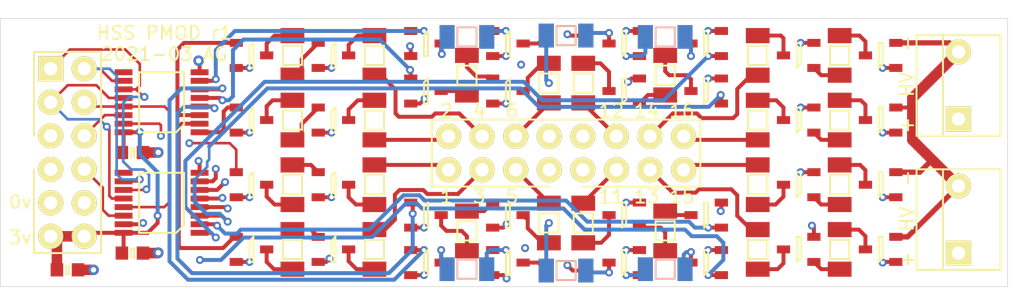
<source format=kicad_pcb>
(kicad_pcb (version 20210228) (generator pcbnew)
  (layers (0 "F.Cu" signal) (1 "In1.Cu" signal) (2 "In2.Cu" signal) (31 "B.Cu" signal) (35 "F.Paste" user) (36 "B.SilkS" user "B.Silkscreen") (37 "F.SilkS" user "F.Silkscreen") (38 "B.Mask" user) (39 "F.Mask" user) (44 "Edge.Cuts" user))
  (net 0 "")
  (net 1 "3v3")
  (net 2 "GND")
  (net 3 "/G1")
  (net 4 "/DS1")
  (net 5 "/~OE")
  (net 6 "/STCP")
  (net 7 "/SHCP")
  (net 8 "/~MR")
  (net 10 "/G8")
  (net 11 "/G7")
  (net 12 "/G6")
  (net 13 "/G5")
  (net 14 "/G4")
  (net 15 "/G3")
  (net 16 "/G2")
  (net 17 "/G9")
  (net 18 "/DS2")
  (net 20 "/G16")
  (net 21 "/G15")
  (net 22 "/G14")
  (net 23 "/G13")
  (net 24 "/G12")
  (net 25 "/G11")
  (net 26 "/G10")
  (net 27 "HV-")
  (net 28 "HV+")
  (net 29 "/AN16")
  (net 30 "/AN15")
  (net 31 "/AN14")
  (net 32 "/AN13")
  (net 33 "/AN12")
  (net 34 "/AN11")
  (net 35 "/AN10")
  (net 36 "/AN9")
  (net 37 "/AN8")
  (net 38 "/AN7")
  (net 39 "/AN6")
  (net 40 "/AN5")
  (net 41 "/AN4")
  (net 42 "/AN3")
  (net 43 "/AN2")
  (net 44 "/AN1")
  (net 45 "/High-Side Switch 1/AR")
  (net 46 "Net-(Q1-Pad1)")
  (net 47 "Net-(Q2-Pad3)")
  (net 48 "/High-Side Switch 16/AR")
  (net 49 "Net-(Q3-Pad1)")
  (net 50 "Net-(Q4-Pad3)")
  (net 51 "/High-Side Switch 14/AR")
  (net 52 "Net-(Q5-Pad1)")
  (net 53 "Net-(Q6-Pad3)")
  (net 54 "/High-Side Switch 12/AR")
  (net 55 "Net-(Q7-Pad1)")
  (net 56 "Net-(Q8-Pad3)")
  (net 57 "/High-Side Switch 10/AR")
  (net 58 "Net-(Q9-Pad1)")
  (net 59 "Net-(Q10-Pad3)")
  (net 60 "/High-Side Switch 8/AR")
  (net 61 "Net-(Q11-Pad1)")
  (net 62 "Net-(Q12-Pad3)")
  (net 63 "/High-Side Switch 6/AR")
  (net 64 "Net-(Q13-Pad1)")
  (net 65 "Net-(Q14-Pad3)")
  (net 66 "/High-Side Switch 4/AR")
  (net 67 "Net-(Q15-Pad1)")
  (net 68 "Net-(Q16-Pad3)")
  (net 69 "/High-Side Switch 2/AR")
  (net 70 "Net-(Q17-Pad1)")
  (net 71 "Net-(Q18-Pad3)")
  (net 72 "/High-Side Switch 15/AR")
  (net 73 "Net-(Q19-Pad1)")
  (net 74 "Net-(Q20-Pad3)")
  (net 75 "/High-Side Switch 13/AR")
  (net 76 "Net-(Q21-Pad1)")
  (net 77 "Net-(Q22-Pad3)")
  (net 78 "/High-Side Switch 11/AR")
  (net 79 "Net-(Q23-Pad1)")
  (net 80 "Net-(Q24-Pad3)")
  (net 81 "/High-Side Switch 9/AR")
  (net 82 "Net-(Q25-Pad1)")
  (net 83 "Net-(Q26-Pad3)")
  (net 84 "/High-Side Switch 7/AR")
  (net 85 "Net-(Q27-Pad1)")
  (net 86 "Net-(Q28-Pad3)")
  (net 87 "/High-Side Switch 5/AR")
  (net 88 "Net-(Q29-Pad1)")
  (net 89 "Net-(Q30-Pad3)")
  (net 90 "/High-Side Switch 3/AR")
  (net 91 "Net-(Q31-Pad1)")
  (net 92 "Net-(Q32-Pad3)")
  (footprint "agg:1206" (layer "F.Cu") (at 123.7 119.1 90)
    (fp_text reference "R31")
    (fp_text value "1M")
  )
  (footprint "agg:DIL-254P-16" (layer "F.Cu") (at 144.4 111.8)
    (fp_text reference "J4")
    (fp_text value "ANODES")
  )
  (footprint "agg:SOT-23" (layer "F.Cu") (at 168.2 104.4 180)
    (fp_text reference "Q6")
    (fp_text value "DMN60H080DS-7")
  )
  (footprint "agg:SOT-23" (layer "F.Cu") (at 120.6 104.4)
    (fp_text reference "Q16")
    (fp_text value "DMN60H080DS-7")
  )
  (footprint "agg:0603" (layer "F.Cu") (at 111.595 111.76 180)
    (fp_text reference "C1")
    (fp_text value "100n")
  )
  (footprint "agg:1206" (layer "F.Cu") (at 151.9 105.9 -90)
    (fp_text reference "R7")
    (fp_text value "1M")
  )
  (footprint "agg:SOT-23" (layer "F.Cu") (at 126.8 114.2)
    (fp_text reference "Q1")
    (fp_text value "PBHV9050T,215")
  )
  (footprint "agg:SOT-23" (layer "F.Cu") (at 133.8 103.5)
    (fp_text reference "Q12")
    (fp_text value "DMN60H080DS-7")
  )
  (footprint "agg:SOT-23" (layer "F.Cu") (at 148.8 120.1 180)
    (fp_text reference "Q25")
    (fp_text value "PBHV9050T,215")
  )
  (footprint "agg:SOT-23" (layer "F.Cu") (at 168.2 119.1 180)
    (fp_text reference "Q22")
    (fp_text value "DMN60H080DS-7")
  )
  (footprint "agg:SOT-23" (layer "F.Cu") (at 140 116.5)
    (fp_text reference "Q29")
    (fp_text value "PBHV9050T,215")
  )
  (footprint "agg:1206" (layer "F.Cu") (at 129.9 109.3 -90)
    (fp_text reference "R18")
    (fp_text value "93k1")
  )
  (footprint "agg:SOT-23" (layer "F.Cu") (at 126.8 109.3)
    (fp_text reference "Q17")
    (fp_text value "PBHV9050T,215")
  )
  (footprint "agg:1206" (layer "F.Cu") (at 129.9 119.1 90)
    (fp_text reference "R32")
    (fp_text value "93k1")
  )
  (footprint "agg:TSSOP-16" (layer "F.Cu") (at 113.8 107.95 180)
    (fp_text reference "IC1")
    (fp_text value "74HC595")
  )
  (footprint "agg:1206" (layer "F.Cu") (at 165.1 114.2 -90)
    (fp_text reference "R19")
    (fp_text value "1M")
  )
  (footprint "agg:SOT-23" (layer "F.Cu") (at 162 109.3 180)
    (fp_text reference "Q3")
    (fp_text value "PBHV9050T,215")
  )
  (footprint "agg:SOT-23" (layer "F.Cu") (at 148.8 107.1 180)
    (fp_text reference "Q7")
    (fp_text value "PBHV9050T,215")
  )
  (footprint "agg:SOT-23" (layer "F.Cu") (at 155 103.5 180)
    (fp_text reference "Q10")
    (fp_text value "DMN60H080DS-7")
  )
  (footprint "agg:SOT-23" (layer "F.Cu") (at 126.8 119.1)
    (fp_text reference "Q31")
    (fp_text value "PBHV9050T,215")
  )
  (footprint "agg:SOT-23" (layer "F.Cu") (at 140 103.5)
    (fp_text reference "Q11")
    (fp_text value "PBHV9050T,215")
  )
  (footprint "agg:SOT-23" (layer "F.Cu") (at 140 107.1)
    (fp_text reference "Q13")
    (fp_text value "PBHV9050T,215")
  )
  (footprint "agg:SOT-23" (layer "F.Cu") (at 155 120.1 180)
    (fp_text reference "Q26")
    (fp_text value "DMN60H080DS-7")
  )
  (footprint "agg:SOT-23" (layer "F.Cu") (at 120.6 109.3)
    (fp_text reference "Q18")
    (fp_text value "DMN60H080DS-7")
  )
  (footprint "agg:SOT-23" (layer "F.Cu") (at 148.8 116.5 180)
    (fp_text reference "Q23")
    (fp_text value "PBHV9050T,215")
  )
  (footprint "agg:TSSOP-16" (layer "F.Cu") (at 113.8 115.57 180)
    (fp_text reference "IC2")
    (fp_text value "74HC595")
  )
  (footprint "agg:1206" (layer "F.Cu") (at 129.9 114.2 90)
    (fp_text reference "R2")
    (fp_text value "93k1")
  )
  (footprint "agg:1206" (layer "F.Cu") (at 151.9 117.7 -90)
    (fp_text reference "R23")
    (fp_text value "1M")
  )
  (footprint "agg:1206" (layer "F.Cu") (at 158.9 109.3 -90)
    (fp_text reference "R4")
    (fp_text value "93k1")
  )
  (footprint "agg:1206" (layer "F.Cu") (at 123.7 109.3 -90)
    (fp_text reference "R17")
    (fp_text value "1M")
  )
  (footprint "agg:SOT-23" (layer "F.Cu") (at 162 104.4 180)
    (fp_text reference "Q5")
    (fp_text value "PBHV9050T,215")
  )
  (footprint "agg:MOLEX-KK-254P-03" (layer "F.Cu") (at 174.09 106.68 90)
    (fp_text reference "J1")
    (fp_text value "HV")
  )
  (footprint "agg:1206" (layer "F.Cu") (at 165.1 104.4 -90)
    (fp_text reference "R5")
    (fp_text value "1M")
  )
  (footprint "agg:SOT-23" (layer "F.Cu") (at 162 114.2 180)
    (fp_text reference "Q19")
    (fp_text value "PBHV9050T,215")
  )
  (footprint "agg:SOT-23" (layer "F.Cu") (at 148.8 103.5 180)
    (fp_text reference "Q9")
    (fp_text value "PBHV9050T,215")
  )
  (footprint "agg:1206" (layer "F.Cu") (at 136.9 117.7 90)
    (fp_text reference "R29")
    (fp_text value "1M")
  )
  (footprint "agg:SOT-23" (layer "F.Cu") (at 168.2 109.3 180)
    (fp_text reference "Q4")
    (fp_text value "DMN60H080DS-7")
  )
  (footprint "agg:1206" (layer "F.Cu") (at 165.1 119.1 -90)
    (fp_text reference "R21")
    (fp_text value "1M")
  )
  (footprint "agg:SOT-23" (layer "F.Cu") (at 140 120.1)
    (fp_text reference "Q27")
    (fp_text value "PBHV9050T,215")
  )
  (footprint "agg:1206" (layer "F.Cu") (at 143.1 117.1 90)
    (fp_text reference "R30")
    (fp_text value "93k1")
  )
  (footprint "agg:1206" (layer "F.Cu") (at 158.9 119.1 90)
    (fp_text reference "R22")
    (fp_text value "93k1")
  )
  (footprint "agg:SOT-23" (layer "F.Cu") (at 133.8 107.1)
    (fp_text reference "Q14")
    (fp_text value "DMN60H080DS-7")
  )
  (footprint "agg:1206" (layer "F.Cu") (at 145.7 117.1 90)
    (fp_text reference "R24")
    (fp_text value "93k1")
  )
  (footprint "agg:SOT-23" (layer "F.Cu") (at 120.6 114.2)
    (fp_text reference "Q2")
    (fp_text value "DMN60H080DS-7")
  )
  (footprint "agg:1206" (layer "F.Cu") (at 144.4 120.7)
    (fp_text reference "R28")
    (fp_text value "93k1")
  )
  (footprint "agg:SOT-23" (layer "F.Cu") (at 133.8 116.5)
    (fp_text reference "Q30")
    (fp_text value "DMN60H080DS-7")
  )
  (footprint "agg:SOT-23" (layer "F.Cu") (at 120.6 119.1)
    (fp_text reference "Q32")
    (fp_text value "DMN60H080DS-7")
  )
  (footprint "agg:1206" (layer "F.Cu") (at 158.9 114.2 90)
    (fp_text reference "R20")
    (fp_text value "93k1")
  )
  (footprint "agg:SOT-23" (layer "F.Cu") (at 126.8 104.4)
    (fp_text reference "Q15")
    (fp_text value "PBHV9050T,215")
  )
  (footprint "agg:1206" (layer "F.Cu") (at 145.7 106.5 -90)
    (fp_text reference "R8")
    (fp_text value "93k1")
  )
  (footprint "agg:1206" (layer "F.Cu") (at 144.4 102.9)
    (fp_text reference "R12")
    (fp_text value "93k1")
  )
  (footprint "agg:1206" (layer "F.Cu") (at 158.9 104.4 -90)
    (fp_text reference "R6")
    (fp_text value "93k1")
  )
  (footprint "agg:1206" (layer "F.Cu") (at 129.9 104.4 -90)
    (fp_text reference "R16")
    (fp_text value "93k1")
  )
  (footprint "agg:SOT-23" (layer "F.Cu") (at 168.2 114.2 180)
    (fp_text reference "Q20")
    (fp_text value "DMN60H080DS-7")
  )
  (footprint "agg:1206" (layer "F.Cu") (at 143.1 106.5 -90)
    (fp_text reference "R14")
    (fp_text value "93k1")
  )
  (footprint "agg:SOT-23" (layer "F.Cu") (at 162 119.1 180)
    (fp_text reference "Q21")
    (fp_text value "PBHV9050T,215")
  )
  (footprint "agg:0603" (layer "F.Cu") (at 111.595 119.38 180)
    (fp_text reference "C3")
    (fp_text value "100n")
  )
  (footprint "agg:1206" (layer "F.Cu") (at 136.9 105.9 90)
    (fp_text reference "R13")
    (fp_text value "1M")
  )
  (footprint "agg:SOT-23" (layer "F.Cu") (at 155 116.5 180)
    (fp_text reference "Q24")
    (fp_text value "DMN60H080DS-7")
  )
  (footprint "agg:1206" (layer "F.Cu") (at 123.7 104.4 -90)
    (fp_text reference "R15")
    (fp_text value "1M")
  )
  (footprint "agg:1206" (layer "F.Cu") (at 165.1 109.3 -90)
    (fp_text reference "R3")
    (fp_text value "1M")
  )
  (footprint "agg:MOLEX-KK-254P-03" (layer "F.Cu") (at 174.09 116.84 90)
    (fp_text reference "J2")
    (fp_text value "HV")
  )
  (footprint "agg:SOT-23" (layer "F.Cu") (at 155 107.1 180)
    (fp_text reference "Q8")
    (fp_text value "DMN60H080DS-7")
  )
  (footprint "agg:1206" (layer "F.Cu") (at 123.7 114.2 90)
    (fp_text reference "R1")
    (fp_text value "1M")
  )
  (footprint "agg:0603" (layer "F.Cu") (at 106.68 120.65)
    (fp_text reference "C2")
    (fp_text value "100n")
  )
  (footprint "agg:DIL-254P-12" (layer "F.Cu") (at 106.68 111.76 -90)
    (fp_text reference "J3")
    (fp_text value "PMOD")
  )
  (footprint "agg:SOT-23" (layer "F.Cu") (at 133.8 120.1)
    (fp_text reference "Q28")
    (fp_text value "DMN60H080DS-7")
  )
  (footprint "agg:1206" (layer "B.Cu") (at 144.4 102.9 180)
    (fp_text reference "R10")
    (fp_text value "93k1")
  )
  (footprint "agg:1206" (layer "B.Cu") (at 136.9 103)
    (fp_text reference "R11")
    (fp_text value "1M")
  )
  (footprint "agg:1206" (layer "B.Cu") (at 136.9 120.6)
    (fp_text reference "R27")
    (fp_text value "1M")
  )
  (footprint "agg:1206" (layer "B.Cu") (at 151.9 120.6 180)
    (fp_text reference "R25")
    (fp_text value "1M")
  )
  (footprint "agg:1206" (layer "B.Cu") (at 151.9 103 180)
    (fp_text reference "R9")
    (fp_text value "1M")
  )
  (footprint "agg:1206" (layer "B.Cu") (at 144.4 120.7 180)
    (fp_text reference "R26")
    (fp_text value "93k1")
  )
  (gr_line (start 177.8 101.6) (end 101.6 101.6) (layer "Edge.Cuts") (width 0.05))
  (gr_line (start 101.6 121.92) (end 177.8 121.92) (layer "Edge.Cuts") (width 0.05))
  (gr_line (start 177.8 121.92) (end 177.8 101.6) (layer "Edge.Cuts") (width 0.05))
  (gr_line (start 101.6 101.6) (end 101.6 121.92) (layer "Edge.Cuts") (width 0.05))
  (gr_text "3v" (at 103.1 118.2) (layer "F.SilkS") (effects (font (size 1 1))))
  (gr_text "1  3  5        11 13 15" (at 144.5 115.1) (layer "F.SilkS") (effects (font (size 1 1))))
  (gr_text "2  4  6        12 14 16" (at 144.5 108.6) (layer "F.SilkS") (effects (font (size 1 1))))
  (gr_text "0v" (at 103.1 115.5) (layer "F.SilkS") (effects (font (size 1 1))))
  (gr_text "+  HV  -" (at 170.2 116.8 90) (layer "F.SilkS") (effects (font (size 1 1))))
  (gr_text "HSS PMOD r1\n2021-03 AG" (at 114 103.5) (layer "F.SilkS") (effects (font (size 1 1))))
  (gr_text "+  HV  -" (at 170.2 106.6 90) (layer "F.SilkS") (effects (font (size 1 1))))
  (segment (start 112.125 110.225) (end 112.15 110.2) (width 0.3) (layer "F.Cu") (net 1))
  (segment (start 110.925 110.225) (end 110.925 111.63) (width 0.3) (layer "F.Cu") (net 1))
  (segment (start 105.88 118.58) (end 105.41 118.11) (width 0.8) (layer "F.Cu") (net 1))
  (segment (start 110.925 117.845) (end 108.215 117.845) (width 0.3) (layer "F.Cu") (net 1))
  (segment (start 110.925 117.845) (end 110.925 119.25) (width 0.3) (layer "F.Cu") (net 1))
  (segment (start 113.5 117.1) (end 112.75 117.85) (width 0.3) (layer "F.Cu") (net 1))
  (segment (start 105.41 118.11) (end 107.95 118.11) (width 0.8) (layer "F.Cu") (net 1))
  (segment (start 112.745 117.845) (end 110.925 117.845) (width 0.3) (layer "F.Cu") (net 1))
  (segment (start 110.925 110.225) (end 112.125 110.225) (width 0.3) (layer "F.Cu") (net 1))
  (segment (start 110.925 111.63) (end 110.795 111.76) (width 0.3) (layer "F.Cu") (net 1))
  (segment (start 105.88 120.65) (end 105.88 118.58) (width 0.8) (layer "F.Cu") (net 1))
  (segment (start 113.5 116.55) (end 113.5 117.1) (width 0.3) (layer "F.Cu") (net 1))
  (segment (start 112.75 117.85) (end 112.745 117.845) (width 0.3) (layer "F.Cu") (net 1))
  (segment (start 108.215 117.845) (end 107.95 118.11) (width 0.3) (layer "F.Cu") (net 1))
  (segment (start 110.925 119.25) (end 110.795 119.38) (width 0.3) (layer "F.Cu") (net 1))
  (via (at 113.5 116.55) (size 0.6) (drill 0.3) (layers "F.Cu" "B.Cu") (net 1))
  (via (at 112.15 110.2) (size 0.6) (drill 0.3) (layers "F.Cu" "B.Cu") (net 1))
  (segment (start 113.2 112.95) (end 113.5 113.25) (width 0.3) (layer "B.Cu") (net 1))
  (segment (start 113.5 113.8) (end 113.5 116.55) (width 0.3) (layer "B.Cu") (net 1))
  (segment (start 113.5 113.25) (end 113.5 113.8) (width 0.3) (layer "B.Cu") (net 1))
  (segment (start 112.15 110.2) (end 112.15 111.9) (width 0.3) (layer "B.Cu") (net 1))
  (segment (start 112.15 111.9) (end 113.2 112.95) (width 0.3) (layer "B.Cu") (net 1))
  (segment (start 116.675 104.875) (end 116.6 104.8) (width 0.3) (layer "F.Cu") (net 2))
  (segment (start 116.675 105.675) (end 116.675 104.875) (width 0.3) (layer "F.Cu") (net 2))
  (segment (start 112.395 111.76) (end 113.54 111.76) (width 0.8) (layer "F.Cu") (net 2))
  (segment (start 107.48 120.65) (end 108.65 120.65) (width 0.8) (layer "F.Cu") (net 2))
  (segment (start 113.54 111.76) (end 113.55 111.75) (width 0.8) (layer "F.Cu") (net 2))
  (segment (start 112.395 119.38) (end 113.52 119.38) (width 0.8) (layer "F.Cu") (net 2))
  (segment (start 113.52 119.38) (end 113.55 119.35) (width 0.8) (layer "F.Cu") (net 2))
  (segment (start 116.675 112.475) (end 116.6 112.4) (width 0.3) (layer "F.Cu") (net 2))
  (segment (start 116.675 113.295) (end 116.675 112.475) (width 0.3) (layer "F.Cu") (net 2))
  (via (at 113.55 119.35) (size 0.8) (drill 0.4) (layers "F.Cu" "B.Cu") (net 2))
  (via (at 108.65 120.65) (size 0.8) (drill 0.4) (layers "F.Cu" "B.Cu") (net 2))
  (via (at 113.55 111.75) (size 0.8) (drill 0.4) (layers "F.Cu" "B.Cu") (net 2))
  (via (at 116.6 112.4) (size 0.6) (drill 0.3) (layers "F.Cu" "B.Cu") (net 2))
  (via (at 116.6 104.8) (size 0.8) (drill 0.4) (layers "F.Cu" "B.Cu") (net 2))
  (segment (start 113.625 109.575) (end 113.7 109.65) (width 0.2) (layer "F.Cu") (net 3))
  (segment (start 119.45 111.55) (end 119.45 113.25) (width 0.2) (layer "F.Cu") (net 3))
  (segment (start 113.7 109.65) (end 113.75 109.7) (width 0.2) (layer "F.Cu") (net 3))
  (segment (start 118.95 111.05) (end 119.45 111.55) (width 0.2) (layer "F.Cu") (net 3))
  (segment (start 115.9 111.05) (end 118.95 111.05) (width 0.2) (layer "F.Cu") (net 3))
  (segment (start 113.75 109.7) (end 113.75 110.5) (width 0.2) (layer "F.Cu") (net 3))
  (segment (start 110.925 109.575) (end 113.625 109.575) (width 0.2) (layer "F.Cu") (net 3))
  (via (at 115.9 111.05) (size 0.6) (drill 0.3) (layers "F.Cu" "B.Cu") (net 3))
  (via (at 113.75 110.5) (size 0.6) (drill 0.3) (layers "F.Cu" "B.Cu") (net 3))
  (segment (start 109.515 108.925) (end 107.95 110.49) (width 0.2) (layer "F.Cu") (net 4))
  (segment (start 110.925 108.925) (end 109.515 108.925) (width 0.2) (layer "F.Cu") (net 4))
  (segment (start 110.925 108.275) (end 114.025 108.275) (width 0.2) (layer "F.Cu") (net 5))
  (segment (start 114.45 108.7) (end 114.45 115.45) (width 0.2) (layer "F.Cu") (net 5))
  (segment (start 108.275 108.275) (end 107.95 107.95) (width 0.2) (layer "F.Cu") (net 5))
  (segment (start 110.925 108.275) (end 108.275 108.275) (width 0.2) (layer "F.Cu") (net 5))
  (segment (start 114.025 108.275) (end 114.45 108.7) (width 0.2) (layer "F.Cu") (net 5))
  (segment (start 114.45 115.45) (end 114.005 115.895) (width 0.2) (layer "F.Cu") (net 5))
  (segment (start 114.005 115.895) (end 110.925 115.895) (width 0.2) (layer "F.Cu") (net 5))
  (segment (start 109.825 107.625) (end 108.860011 106.660011) (width 0.2) (layer "F.Cu") (net 6))
  (segment (start 109.85 115.05) (end 109.85 113.55) (width 0.2) (layer "F.Cu") (net 6))
  (segment (start 106.699989 106.660011) (end 105.41 107.95) (width 0.2) (layer "F.Cu") (net 6))
  (segment (start 110.045 115.245) (end 109.85 115.05) (width 0.2) (layer "F.Cu") (net 6))
  (segment (start 110.925 115.245) (end 110.045 115.245) (width 0.2) (layer "F.Cu") (net 6))
  (segment (start 109.85 113.55) (end 109.85 110) (width 0.2) (layer "F.Cu") (net 6))
  (segment (start 109.85 110) (end 109.65 109.8) (width 0.2) (layer "F.Cu") (net 6))
  (segment (start 108.860011 106.660011) (end 106.699989 106.660011) (width 0.2) (layer "F.Cu") (net 6))
  (segment (start 110.925 107.625) (end 109.825 107.625) (width 0.2) (layer "F.Cu") (net 6))
  (via (at 109.65 109.8) (size 0.6) (drill 0.3) (layers "F.Cu" "B.Cu") (net 6))
  (segment (start 106.699989 109.239989) (end 105.41 107.95) (width 0.2) (layer "B.Cu") (net 6))
  (segment (start 109.089989 109.239989) (end 106.699989 109.239989) (width 0.2) (layer "B.Cu") (net 6))
  (segment (start 109.65 109.8) (end 109.089989 109.239989) (width 0.2) (layer "B.Cu") (net 6))
  (segment (start 112.605 114.595) (end 112.65 114.55) (width 0.2) (layer "F.Cu") (net 7))
  (segment (start 112.5 107.55) (end 112.45 107.55) (width 0.2) (layer "F.Cu") (net 7))
  (segment (start 111.05 103.95) (end 112.15 105.05) (width 0.2) (layer "F.Cu") (net 7))
  (segment (start 111.875 106.975) (end 110.925 106.975) (width 0.2) (layer "F.Cu") (net 7))
  (segment (start 106.87 103.95) (end 111.05 103.95) (width 0.2) (layer "F.Cu") (net 7))
  (segment (start 112.15 106.7) (end 111.875 106.975) (width 0.2) (layer "F.Cu") (net 7))
  (segment (start 110.925 114.595) (end 112.605 114.595) (width 0.2) (layer "F.Cu") (net 7))
  (segment (start 112.15 105.05) (end 112.15 106.7) (width 0.2) (layer "F.Cu") (net 7))
  (segment (start 112.45 107.55) (end 111.875 106.975) (width 0.2) (layer "F.Cu") (net 7))
  (segment (start 105.41 105.41) (end 106.87 103.95) (width 0.2) (layer "F.Cu") (net 7))
  (via (at 112.65 114.55) (size 0.6) (drill 0.3) (layers "F.Cu" "B.Cu") (net 7))
  (via (at 112.5 107.55) (size 0.6) (drill 0.3) (layers "F.Cu" "B.Cu") (net 7))
  (segment (start 112.85 114.35) (end 112.85 113.45) (width 0.2) (layer "B.Cu") (net 7))
  (segment (start 112.65 114.55) (end 112.85 114.35) (width 0.2) (layer "B.Cu") (net 7))
  (segment (start 111.35 107.55) (end 112.5 107.55) (width 0.2) (layer "B.Cu") (net 7))
  (segment (start 111.5 113.05) (end 110.9 112.45) (width 0.2) (layer "B.Cu") (net 7))
  (segment (start 110.9 112.45) (end 110.9 108) (width 0.2) (layer "B.Cu") (net 7))
  (segment (start 112.45 113.05) (end 111.5 113.05) (width 0.2) (layer "B.Cu") (net 7))
  (segment (start 110.9 108) (end 111.35 107.55) (width 0.2) (layer "B.Cu") (net 7))
  (segment (start 112.85 113.45) (end 112.45 113.05) (width 0.2) (layer "B.Cu") (net 7))
  (segment (start 112.005 113.945) (end 112.15 113.8) (width 0.2) (layer "F.Cu") (net 8))
  (segment (start 110.925 113.945) (end 112.005 113.945) (width 0.2) (layer "F.Cu") (net 8))
  (segment (start 110.05 106.325) (end 109.135 105.41) (width 0.2) (layer "F.Cu") (net 8))
  (segment (start 109.135 105.41) (end 107.95 105.41) (width 0.2) (layer "F.Cu") (net 8))
  (segment (start 110.925 106.325) (end 110.05 106.325) (width 0.2) (layer "F.Cu") (net 8))
  (via (at 112.15 113.8) (size 0.6) (drill 0.3) (layers "F.Cu" "B.Cu") (net 8))
  (segment (start 109.84 105.41) (end 107.95 105.41) (width 0.2) (layer "B.Cu") (net 8))
  (segment (start 112.15 113.8) (end 110.8 113.8) (width 0.2) (layer "B.Cu") (net 8))
  (segment (start 110.4 105.95) (end 109.85 105.4) (width 0.2) (layer "B.Cu") (net 8))
  (segment (start 110.8 113.8) (end 110.4 113.4) (width 0.2) (layer "B.Cu") (net 8))
  (segment (start 110.4 113.4) (end 110.4 105.95) (width 0.2) (layer "B.Cu") (net 8))
  (segment (start 109.85 105.4) (end 109.84 105.41) (width 0.2) (layer "B.Cu") (net 8))
  (segment (start 116.675 106.325) (end 117.775 106.325) (width 0.3) (layer "F.Cu") (net 10))
  (segment (start 132.65 102.55) (end 133.65 102.55) (width 0.3) (layer "F.Cu") (net 10))
  (segment (start 117.775 106.325) (end 117.9 106.2) (width 0.3) (layer "F.Cu") (net 10))
  (via (at 133.65 102.55) (size 0.6) (drill 0.3) (layers "F.Cu" "B.Cu") (net 10))
  (via (at 117.9 106.2) (size 0.6) (drill 0.3) (layers "F.Cu" "B.Cu") (net 10))
  (segment (start 119.35 102.55) (end 117.9 104) (width 0.3) (layer "B.Cu") (net 10))
  (segment (start 117.9 104) (end 117.9 106.2) (width 0.3) (layer "B.Cu") (net 10))
  (segment (start 133.65 102.55) (end 119.35 102.55) (width 0.3) (layer "B.Cu") (net 10))
  (segment (start 116.675 106.975) (end 118.325 106.975) (width 0.3) (layer "F.Cu") (net 11))
  (segment (start 118.325 106.975) (end 118.4 106.9) (width 0.3) (layer "F.Cu") (net 11))
  (segment (start 132.65 119.15) (end 133.65 119.15) (width 0.3) (layer "F.Cu") (net 11))
  (via (at 118.4 106.9) (size 0.6) (drill 0.3) (layers "F.Cu" "B.Cu") (net 11))
  (via (at 133.65 119.15) (size 0.6) (drill 0.3) (layers "F.Cu" "B.Cu") (net 11))
  (segment (start 115.3 106.9) (end 118.4 106.9) (width 0.3) (layer "B.Cu") (net 11))
  (segment (start 131.4 121.4) (end 115.8 121.4) (width 0.3) (layer "B.Cu") (net 11))
  (segment (start 115.8 121.4) (end 114.4 120) (width 0.3) (layer "B.Cu") (net 11))
  (segment (start 114.4 107.8) (end 115.3 106.9) (width 0.3) (layer "B.Cu") (net 11))
  (segment (start 133.65 119.15) (end 131.4 121.4) (width 0.3) (layer "B.Cu") (net 11))
  (segment (start 114.4 120) (end 114.4 107.8) (width 0.3) (layer "B.Cu") (net 11))
  (segment (start 118.225 107.625) (end 118.4 107.8) (width 0.3) (layer "F.Cu") (net 12))
  (segment (start 116.675 107.625) (end 118.225 107.625) (width 0.3) (layer "F.Cu") (net 12))
  (segment (start 132.65 106.15) (end 132.65 105.55) (width 0.3) (layer "F.Cu") (net 12))
  (segment (start 132.65 105.55) (end 132.6 105.5) (width 0.3) (layer "F.Cu") (net 12))
  (via (at 132.6 105.5) (size 0.6) (drill 0.3) (layers "F.Cu" "B.Cu") (net 12))
  (via (at 118.4 107.8) (size 0.6) (drill 0.3) (layers "F.Cu" "B.Cu") (net 12))
  (segment (start 130.3 103.2) (end 132.6 105.5) (width 0.3) (layer "B.Cu") (net 12))
  (segment (start 120 103.2) (end 119.2 104) (width 0.3) (layer "B.Cu") (net 12))
  (segment (start 119.2 107.5) (end 118.9 107.8) (width 0.3) (layer "B.Cu") (net 12))
  (segment (start 119.2 104) (end 119.2 107.5) (width 0.3) (layer "B.Cu") (net 12))
  (segment (start 118.9 107.8) (end 118.4 107.8) (width 0.3) (layer "B.Cu") (net 12))
  (segment (start 120 103.2) (end 130.3 103.2) (width 0.3) (layer "B.Cu") (net 12))
  (segment (start 132.8 116.4) (end 132.8 115.7) (width 0.3) (layer "F.Cu") (net 13))
  (segment (start 116.675 108.275) (end 117.675 108.275) (width 0.3) (layer "F.Cu") (net 13))
  (segment (start 132.8 115.7) (end 132.65 115.55) (width 0.3) (layer "F.Cu") (net 13))
  (segment (start 117.675 108.275) (end 117.8 108.4) (width 0.3) (layer "F.Cu") (net 13))
  (via (at 117.8 108.4) (size 0.6) (drill 0.3) (layers "F.Cu" "B.Cu") (net 13))
  (via (at 132.8 116.4) (size 0.6) (drill 0.3) (layers "F.Cu" "B.Cu") (net 13))
  (segment (start 116.1 120.9) (end 115 119.8) (width 0.3) (layer "B.Cu") (net 13))
  (segment (start 117.7 108.3) (end 117.8 108.4) (width 0.3) (layer "B.Cu") (net 13))
  (segment (start 132.8 116.4) (end 132.8 119.1) (width 0.3) (layer "B.Cu") (net 13))
  (segment (start 115 119.8) (end 115 108.8) (width 0.3) (layer "B.Cu") (net 13))
  (segment (start 115 108.8) (end 115.5 108.3) (width 0.3) (layer "B.Cu") (net 13))
  (segment (start 131 120.9) (end 116.1 120.9) (width 0.3) (layer "B.Cu") (net 13))
  (segment (start 132.8 119.1) (end 131 120.9) (width 0.3) (layer "B.Cu") (net 13))
  (segment (start 115.5 108.3) (end 117.7 108.3) (width 0.3) (layer "B.Cu") (net 13))
  (segment (start 115.225 108.925) (end 115 108.7) (width 0.3) (layer "F.Cu") (net 14))
  (segment (start 115 103.95) (end 115.5 103.45) (width 0.3) (layer "F.Cu") (net 14))
  (segment (start 115.5 103.45) (end 119.45 103.45) (width 0.3) (layer "F.Cu") (net 14))
  (segment (start 116.675 108.925) (end 115.225 108.925) (width 0.3) (layer "F.Cu") (net 14))
  (segment (start 115 108.7) (end 115 103.95) (width 0.3) (layer "F.Cu") (net 14))
  (segment (start 118.45 119) (end 119.3 118.15) (width 0.3) (layer "F.Cu") (net 15))
  (segment (start 115.1 109.8) (end 115.1 118.85) (width 0.3) (layer "F.Cu") (net 15))
  (segment (start 115.1 118.85) (end 115.25 119) (width 0.3) (layer "F.Cu") (net 15))
  (segment (start 115.325 109.575) (end 115.1 109.8) (width 0.3) (layer "F.Cu") (net 15))
  (segment (start 115.25 119) (end 118.45 119) (width 0.3) (layer "F.Cu") (net 15))
  (segment (start 119.3 118.15) (end 119.45 118.15) (width 0.3) (layer "F.Cu") (net 15))
  (segment (start 116.675 109.575) (end 115.325 109.575) (width 0.3) (layer "F.Cu") (net 15))
  (segment (start 116.675 110.225) (end 118.275 110.225) (width 0.3) (layer "F.Cu") (net 16))
  (segment (start 118.8 108.35) (end 119.45 108.35) (width 0.3) (layer "F.Cu") (net 16))
  (segment (start 118.5 110) (end 118.5 108.65) (width 0.3) (layer "F.Cu") (net 16))
  (segment (start 118.5 108.65) (end 118.8 108.35) (width 0.3) (layer "F.Cu") (net 16))
  (segment (start 118.275 110.225) (end 118.5 110) (width 0.3) (layer "F.Cu") (net 16))
  (segment (start 110.925 117.195) (end 112.305 117.195) (width 0.3) (layer "F.Cu") (net 17))
  (segment (start 112.305 117.195) (end 112.4 117.1) (width 0.3) (layer "F.Cu") (net 17))
  (segment (start 156.15 121.05) (end 155.15 121.05) (width 0.3) (layer "F.Cu") (net 17))
  (via (at 155.15 121.05) (size 0.6) (drill 0.3) (layers "F.Cu" "B.Cu") (net 17))
  (via (at 112.4 117.1) (size 0.6) (drill 0.3) (layers "F.Cu" "B.Cu") (net 17))
  (via (at 116.7 119.9) (size 0.6) (drill 0.3) (layers "F.Cu" "B.Cu") (net 17))
  (segment (start 156.3 118.6) (end 155.9 118.2) (width 0.3) (layer "B.Cu") (net 17))
  (segment (start 155.8 118.1) (end 153.9 118.1) (width 0.3) (layer "B.Cu") (net 17))
  (segment (start 156.3 119.3) (end 156.3 118.6) (width 0.3) (layer "B.Cu") (net 17))
  (segment (start 133.2 115.7) (end 133.1 115.6) (width 0.3) (layer "B.Cu") (net 17))
  (segment (start 125 118.2) (end 120 118.2) (width 0.3) (layer "B.Cu") (net 17))
  (segment (start 129.7 118.2) (end 125 118.2) (width 0.3) (layer "B.Cu") (net 17))
  (segment (start 118.7 119.5) (end 118.3 119.9) (width 0.3) (layer "B.Cu") (net 17))
  (segment (start 155.9 118.2) (end 155.8 118.1) (width 0.3) (layer "B.Cu") (net 17))
  (segment (start 132.3 115.6) (end 129.7 118.2) (width 0.3) (layer "B.Cu") (net 17))
  (segment (start 155.15 121.05) (end 156.3 119.9) (width 0.3) (layer "B.Cu") (net 17))
  (segment (start 147.7 117.6) (end 145.8 117.6) (width 0.3) (layer "B.Cu") (net 17))
  (segment (start 139.4 116) (end 135.7 116) (width 0.3) (layer "B.Cu") (net 17))
  (segment (start 133.5 116) (end 133.2 115.7) (width 0.3) (layer "B.Cu") (net 17))
  (segment (start 133.1 115.6) (end 132.3 115.6) (width 0.3) (layer "B.Cu") (net 17))
  (segment (start 144.2 116) (end 139.4 116) (width 0.3) (layer "B.Cu") (net 17))
  (segment (start 153.9 118.1) (end 153.4 117.6) (width 0.3) (layer "B.Cu") (net 17))
  (segment (start 144.3 116.1) (end 144.2 116) (width 0.3) (layer "B.Cu") (net 17))
  (segment (start 153.4 117.6) (end 147.7 117.6) (width 0.3) (layer "B.Cu") (net 17))
  (segment (start 120 118.2) (end 118.7 119.5) (width 0.3) (layer "B.Cu") (net 17))
  (segment (start 118.3 119.9) (end 116.7 119.9) (width 0.3) (layer "B.Cu") (net 17))
  (segment (start 135.7 116) (end 133.5 116) (width 0.3) (layer "B.Cu") (net 17))
  (segment (start 156.3 119.9) (end 156.3 119.3) (width 0.3) (layer "B.Cu") (net 17))
  (segment (start 145.8 117.6) (end 144.3 116.1) (width 0.3) (layer "B.Cu") (net 17))
  (segment (start 109.35 114.43) (end 107.95 113.03) (width 0.2) (layer "F.Cu") (net 18))
  (segment (start 109.795 116.545) (end 109.35 116.1) (width 0.2) (layer "F.Cu") (net 18))
  (segment (start 109.35 116.1) (end 109.35 114.43) (width 0.2) (layer "F.Cu") (net 18))
  (segment (start 110.925 116.545) (end 109.795 116.545) (width 0.2) (layer "F.Cu") (net 18))
  (segment (start 116.675 113.945) (end 117.655 113.945) (width 0.3) (layer "F.Cu") (net 20))
  (segment (start 169.35 110.25) (end 168.35 110.25) (width 0.3) (layer "F.Cu") (net 20))
  (segment (start 117.655 113.945) (end 117.9 113.7) (width 0.3) (layer "F.Cu") (net 20))
  (segment (start 117.9 113.7) (end 117.9 113) (width 0.3) (layer "F.Cu") (net 20))
  (via (at 168.35 110.25) (size 0.6) (drill 0.3) (layers "F.Cu" "B.Cu") (net 20))
  (via (at 117.9 113) (size 0.6) (drill 0.3) (layers "F.Cu" "B.Cu") (net 20))
  (segment (start 116.675 114.595) (end 118.005 114.595) (width 0.3) (layer "F.Cu") (net 21))
  (segment (start 169.35 115.15) (end 168.35 115.15) (width 0.3) (layer "F.Cu") (net 21))
  (segment (start 118.005 114.595) (end 118.6 114) (width 0.3) (layer "F.Cu") (net 21))
  (via (at 168.35 115.15) (size 0.6) (drill 0.3) (layers "F.Cu" "B.Cu") (net 21))
  (via (at 118.6 114) (size 0.6) (drill 0.3) (layers "F.Cu" "B.Cu") (net 21))
  (segment (start 169.35 105.35) (end 168.35 105.35) (width 0.3) (layer "F.Cu") (net 22))
  (segment (start 118.355 115.245) (end 118.4 115.2) (width 0.3) (layer "F.Cu") (net 22))
  (segment (start 116.675 115.245) (end 118.355 115.245) (width 0.3) (layer "F.Cu") (net 22))
  (via (at 118.4 115.2) (size 0.6) (drill 0.3) (layers "F.Cu" "B.Cu") (net 22))
  (via (at 168.35 105.35) (size 0.6) (drill 0.3) (layers "F.Cu" "B.Cu") (net 22))
  (segment (start 118.695 115.895) (end 118.8 116) (width 0.3) (layer "F.Cu") (net 23))
  (segment (start 169.35 120.05) (end 168.4 120.05) (width 0.3) (layer "F.Cu") (net 23))
  (segment (start 168.4 120.05) (end 168.35 120.1) (width 0.3) (layer "F.Cu") (net 23))
  (segment (start 116.675 115.895) (end 118.695 115.895) (width 0.3) (layer "F.Cu") (net 23))
  (via (at 168.35 120.1) (size 0.6) (drill 0.3) (layers "F.Cu" "B.Cu") (net 23))
  (via (at 118.8 116) (size 0.6) (drill 0.3) (layers "F.Cu" "B.Cu") (net 23))
  (segment (start 118.345 116.545) (end 118.8 117) (width 0.3) (layer "F.Cu") (net 24))
  (segment (start 156.15 107.45) (end 156.1 107.4) (width 0.3) (layer "F.Cu") (net 24))
  (segment (start 116.675 116.545) (end 118.345 116.545) (width 0.3) (layer "F.Cu") (net 24))
  (segment (start 156.15 108.05) (end 156.15 107.45) (width 0.3) (layer "F.Cu") (net 24))
  (via (at 156.1 107.4) (size 0.6) (drill 0.3) (layers "F.Cu" "B.Cu") (net 24))
  (via (at 118.8 117) (size 0.6) (drill 0.3) (layers "F.Cu" "B.Cu") (net 24))
  (segment (start 117.249989 112.850011) (end 116.3 113.8) (width 0.2) (layer "B.Cu") (net 24))
  (segment (start 116.3 113.8) (end 116.3 115.5) (width 0.3) (layer "B.Cu") (net 24))
  (segment (start 140.95 106.9) (end 142.35 108.3) (width 0.3) (layer "B.Cu") (net 24))
  (segment (start 118.2 116.4) (end 118.8 117) (width 0.3) (layer "B.Cu") (net 24))
  (segment (start 142.35 108.3) (end 155.2 108.3) (width 0.3) (layer "B.Cu") (net 24))
  (segment (start 117.2 116.4) (end 118.2 116.4) (width 0.3) (layer "B.Cu") (net 24))
  (segment (start 116.3 115.5) (end 117.2 116.4) (width 0.3) (layer "B.Cu") (net 24))
  (segment (start 117.4 111.302127) (end 121.802127 106.9) (width 0.3) (layer "B.Cu") (net 24))
  (segment (start 117.4 111.302127) (end 117.4 112.3) (width 0.2) (layer "B.Cu") (net 24))
  (segment (start 155.2 108.3) (end 156.1 107.4) (width 0.3) (layer "B.Cu") (net 24))
  (segment (start 121.802127 106.9) (end 140.95 106.9) (width 0.3) (layer "B.Cu") (net 24))
  (segment (start 117.249989 112.450011) (end 117.249989 112.850011) (width 0.2) (layer "B.Cu") (net 24))
  (segment (start 117.4 112.3) (end 117.249989 112.450011) (width 0.2) (layer "B.Cu") (net 24))
  (segment (start 117.895 117.195) (end 118 117.3) (width 0.3) (layer "F.Cu") (net 25))
  (segment (start 156.15 117.45) (end 155.15 117.45) (width 0.3) (layer "F.Cu") (net 25))
  (segment (start 116.675 117.195) (end 117.895 117.195) (width 0.3) (layer "F.Cu") (net 25))
  (via (at 118 117.3) (size 0.6) (drill 0.3) (layers "F.Cu" "B.Cu") (net 25))
  (via (at 155.15 117.45) (size 0.6) (drill 0.3) (layers "F.Cu" "B.Cu") (net 25))
  (segment (start 132.1 115) (end 129.5 117.6) (width 0.3) (layer "B.Cu") (net 25))
  (segment (start 146 117) (end 144.4 115.4) (width 0.3) (layer "B.Cu") (net 25))
  (segment (start 118.6 117.9) (end 118 117.3) (width 0.3) (layer "B.Cu") (net 25))
  (segment (start 153.7 117) (end 146 117) (width 0.3) (layer "B.Cu") (net 25))
  (segment (start 155.15 117.45) (end 154.15 117.45) (width 0.3) (layer "B.Cu") (net 25))
  (segment (start 133.3 115) (end 132.1 115) (width 0.3) (layer "B.Cu") (net 25))
  (segment (start 119.5 117.9) (end 118.6 117.9) (width 0.3) (layer "B.Cu") (net 25))
  (segment (start 144.4 115.4) (end 133.7 115.4) (width 0.3) (layer "B.Cu") (net 25))
  (segment (start 154.15 117.45) (end 153.7 117) (width 0.3) (layer "B.Cu") (net 25))
  (segment (start 119.8 117.6) (end 119.5 117.9) (width 0.3) (layer "B.Cu") (net 25))
  (segment (start 129.5 117.6) (end 119.8 117.6) (width 0.3) (layer "B.Cu") (net 25))
  (segment (start 133.7 115.4) (end 133.3 115) (width 0.3) (layer "B.Cu") (net 25))
  (segment (start 156.15 104.45) (end 155.15 104.45) (width 0.3) (layer "F.Cu") (net 26))
  (segment (start 116.675 117.845) (end 117.545 117.845) (width 0.3) (layer "F.Cu") (net 26))
  (segment (start 117.545 117.845) (end 117.9 118.2) (width 0.3) (layer "F.Cu") (net 26))
  (via (at 117.9 118.2) (size 0.6) (drill 0.3) (layers "F.Cu" "B.Cu") (net 26))
  (via (at 155.15 104.45) (size 0.6) (drill 0.3) (layers "F.Cu" "B.Cu") (net 26))
  (segment (start 151.8 107.8) (end 142.6 107.8) (width 0.3) (layer "B.Cu") (net 26))
  (segment (start 121.594991 106.4) (end 115.6 112.394991) (width 0.3) (layer "B.Cu") (net 26))
  (segment (start 141.2 106.4) (end 121.594991 106.4) (width 0.3) (layer "B.Cu") (net 26))
  (segment (start 155.15 104.45) (end 151.8 107.8) (width 0.3) (layer "B.Cu") (net 26))
  (segment (start 115.6 115.9) (end 117.9 118.2) (width 0.3) (layer "B.Cu") (net 26))
  (segment (start 115.6 112.394991) (end 115.6 115.9) (width 0.3) (layer "B.Cu") (net 26))
  (segment (start 142.6 107.8) (end 141.2 106.4) (width 0.3) (layer "B.Cu") (net 26))
  (segment (start 132.65 117.45) (end 133.65 117.45) (width 0.3) (layer "F.Cu") (net 27))
  (segment (start 119.45 115.15) (end 120.45 115.15) (width 0.3) (layer "F.Cu") (net 27))
  (segment (start 132.65 108.05) (end 133.35 108.05) (width 0.3) (layer "F.Cu") (net 27))
  (segment (start 156.15 116.15) (end 156.1 116.2) (width 0.3) (layer "F.Cu") (net 27))
  (segment (start 133.35 108.05) (end 133.7 107.7) (width 0.3) (layer "F.Cu") (net 27))
  (segment (start 173.4 103.45) (end 174.09 104.14) (width 0.4) (layer "F.Cu") (net 27))
  (segment (start 170.6 108.2) (end 170.6 110.81) (width 0.8) (layer "F.Cu") (net 27))
  (segment (start 156.15 102.55) (end 155.15 102.55) (width 0.3) (layer "F.Cu") (net 27))
  (segment (start 156.15 119.15) (end 155.15 119.15) (width 0.3) (layer "F.Cu") (net 27))
  (segment (start 170.6 110.81) (end 174.09 114.3) (width 0.8) (layer "F.Cu") (net 27))
  (segment (start 156.15 106.15) (end 155.15 106.15) (width 0.3) (layer "F.Cu") (net 27))
  (segment (start 119.45 110.25) (end 120.45 110.25) (width 0.3) (layer "F.Cu") (net 27))
  (segment (start 119.45 105.35) (end 120.45 105.35) (width 0.3) (layer "F.Cu") (net 27))
  (segment (start 171.15 113.25) (end 172.095 112.305) (width 0.4) (layer "F.Cu") (net 27))
  (segment (start 169.35 103.45) (end 173.4 103.45) (width 0.4) (layer "F.Cu") (net 27))
  (segment (start 169.35 113.25) (end 171.15 113.25) (width 0.4) (layer "F.Cu") (net 27))
  (segment (start 132.65 104.45) (end 132.65 103.75) (width 0.3) (layer "F.Cu") (net 27))
  (segment (start 132.65 121.05) (end 133.65 121.05) (width 0.3) (layer "F.Cu") (net 27))
  (segment (start 119.45 120.05) (end 120.45 120.05) (width 0.3) (layer "F.Cu") (net 27))
  (segment (start 170.24 118.15) (end 174.09 114.3) (width 0.4) (layer "F.Cu") (net 27))
  (segment (start 132.65 103.75) (end 132.6 103.7) (width 0.3) (layer "F.Cu") (net 27))
  (segment (start 156.15 115.55) (end 156.15 116.15) (width 0.3) (layer "F.Cu") (net 27))
  (segment (start 170.45 108.35) (end 170.6 108.2) (width 0.3) (layer "F.Cu") (net 27))
  (segment (start 169.35 108.35) (end 170.45 108.35) (width 0.3) (layer "F.Cu") (net 27))
  (segment (start 170.6 107.63) (end 170.6 108.2) (width 0.8) (layer "F.Cu") (net 27))
  (segment (start 169.35 118.15) (end 170.24 118.15) (width 0.4) (layer "F.Cu") (net 27))
  (segment (start 174.09 104.14) (end 170.6 107.63) (width 0.8) (layer "F.Cu") (net 27))
  (via (at 120.45 110.25) (size 0.6) (drill 0.3) (layers "F.Cu" "B.Cu") (net 27))
  (via (at 133.65 117.45) (size 0.6) (drill 0.3) (layers "F.Cu" "B.Cu") (net 27))
  (via (at 120.45 115.15) (size 0.6) (drill 0.3) (layers "F.Cu" "B.Cu") (net 27))
  (via (at 132.6 103.7) (size 0.6) (drill 0.3) (layers "F.Cu" "B.Cu") (net 27))
  (via (at 155.15 119.15) (size 0.6) (drill 0.3) (layers "F.Cu" "B.Cu") (net 27))
  (via (at 155.15 102.55) (size 0.6) (drill 0.3) (layers "F.Cu" "B.Cu") (net 27))
  (via (at 120.45 120.05) (size 0.6) (drill 0.3) (layers "F.Cu" "B.Cu") (net 27))
  (via (at 120.45 105.35) (size 0.6) (drill 0.3) (layers "F.Cu" "B.Cu") (net 27))
  (via (at 133.7 107.7) (size 0.6) (drill 0.3) (layers "F.Cu" "B.Cu") (net 27))
  (via (at 133.65 121.05) (size 0.6) (drill 0.3) (layers "F.Cu" "B.Cu") (net 27))
  (via (at 156.1 116.2) (size 0.6) (drill 0.3) (layers "F.Cu" "B.Cu") (net 27))
  (via (at 155.15 106.15) (size 0.6) (drill 0.3) (layers "F.Cu" "B.Cu") (net 27))
  (segment (start 125.65 120.05) (end 126.25 120.05) (width 0.3) (layer "F.Cu") (net 28))
  (segment (start 149.95 115.55) (end 148.95 115.55) (width 0.3) (layer "F.Cu") (net 28))
  (segment (start 163.15 108.35) (end 162.15 108.35) (width 0.3) (layer "F.Cu") (net 28))
  (segment (start 138.85 121.05) (end 139.65 121.05) (width 0.3) (layer "F.Cu") (net 28))
  (segment (start 163.15 103.45) (end 162.15 103.45) (width 0.3) (layer "F.Cu") (net 28))
  (segment (start 138.85 117.45) (end 139.65 117.45) (width 0.3) (layer "F.Cu") (net 28))
  (segment (start 149.95 106.15) (end 149.35 106.15) (width 0.3) (layer "F.Cu") (net 28))
  (segment (start 138.85 104.45) (end 139.85 104.45) (width 0.3) (layer "F.Cu") (net 28))
  (segment (start 125.65 115.15) (end 126.65 115.15) (width 0.3) (layer "F.Cu") (net 28))
  (segment (start 163.15 117.45) (end 163 117.3) (width 0.3) (layer "F.Cu") (net 28))
  (segment (start 149.95 119.15) (end 148.95 119.15) (width 0.3) (layer "F.Cu") (net 28))
  (segment (start 149.35 106.15) (end 149.1 106.4) (width 0.3) (layer "F.Cu") (net 28))
  (segment (start 125.65 110.25) (end 126.65 110.25) (width 0.3) (layer "F.Cu") (net 28))
  (segment (start 149.95 102.55) (end 148.95 102.55) (width 0.3) (layer "F.Cu") (net 28))
  (segment (start 163.15 113.25) (end 162.15 113.25) (width 0.3) (layer "F.Cu") (net 28))
  (segment (start 138.85 108.05) (end 139.85 108.05) (width 0.3) (layer "F.Cu") (net 28))
  (segment (start 139.65 121.05) (end 139.9 121.3) (width 0.3) (layer "F.Cu") (net 28))
  (segment (start 125.65 105.35) (end 126.65 105.35) (width 0.3) (layer "F.Cu") (net 28))
  (segment (start 163.15 118.15) (end 163.15 117.45) (width 0.3) (layer "F.Cu") (net 28))
  (segment (start 126.25 120.05) (end 126.5 119.8) (width 0.3) (layer "F.Cu") (net 28))
  (segment (start 139.65 117.45) (end 139.9 117.2) (width 0.3) (layer "F.Cu") (net 28))
  (via (at 126.65 115.15) (size 0.6) (drill 0.3) (layers "F.Cu" "B.Cu") (net 28))
  (via (at 139.9 117.2) (size 0.6) (drill 0.3) (layers "F.Cu" "B.Cu") (net 28))
  (via (at 162.15 108.35) (size 0.6) (drill 0.3) (layers "F.Cu" "B.Cu") (net 28))
  (via (at 139.85 104.45) (size 0.6) (drill 0.3) (layers "F.Cu" "B.Cu") (net 28))
  (via (at 126.65 110.25) (size 0.6) (drill 0.3) (layers "F.Cu" "B.Cu") (net 28))
  (via (at 126.65 105.35) (size 0.6) (drill 0.3) (layers "F.Cu" "B.Cu") (net 28))
  (via (at 149.1 106.4) (size 0.6) (drill 0.3) (layers "F.Cu" "B.Cu") (net 28))
  (via (at 148.95 102.55) (size 0.6) (drill 0.3) (layers "F.Cu" "B.Cu") (net 28))
  (via (at 148.95 115.55) (size 0.6) (drill 0.3) (layers "F.Cu" "B.Cu") (net 28))
  (via (at 139.85 108.05) (size 0.6) (drill 0.3) (layers "F.Cu" "B.Cu") (net 28))
  (via (at 162.15 113.25) (size 0.6) (drill 0.3) (layers "F.Cu" "B.Cu") (net 28))
  (via (at 126.5 119.8) (size 0.6) (drill 0.3) (layers "F.Cu" "B.Cu") (net 28))
  (via (at 162.15 103.45) (size 0.6) (drill 0.3) (layers "F.Cu" "B.Cu") (net 28))
  (via (at 163 117.3) (size 0.6) (drill 0.3) (layers "F.Cu" "B.Cu") (net 28))
  (via (at 139.9 121.3) (size 0.6) (drill 0.3) (layers "F.Cu" "B.Cu") (net 28))
  (via (at 148.95 119.15) (size 0.6) (drill 0.3) (layers "F.Cu" "B.Cu") (net 28))
  (segment (start 153.56 110.8) (end 153.29 110.53) (width 0.3) (layer "F.Cu") (net 29))
  (segment (start 158.9 110.8) (end 153.56 110.8) (width 0.3) (layer "F.Cu") (net 29))
  (segment (start 158.9 112.7) (end 153.66 112.7) (width 0.3) (layer "F.Cu") (net 30))
  (segment (start 153.66 112.7) (end 153.29 113.07) (width 0.3) (layer "F.Cu") (net 30))
  (segment (start 154.3 108.8) (end 154.65 109.15) (width 0.3) (layer "F.Cu") (net 31))
  (segment (start 158.4 105.9) (end 158.9 105.9) (width 0.3) (layer "F.Cu") (net 31))
  (segment (start 157.35 108.85) (end 157.35 106.95) (width 0.3) (layer "F.Cu") (net 31))
  (segment (start 152.48 108.8) (end 154.3 108.8) (width 0.3) (layer "F.Cu") (net 31))
  (segment (start 150.75 110.53) (end 152.48 108.8) (width 0.3) (layer "F.Cu") (net 31))
  (segment (start 154.65 109.15) (end 157.05 109.15) (width 0.3) (layer "F.Cu") (net 31))
  (segment (start 158.9 105.9) (end 158.55 105.9) (width 0.3) (layer "F.Cu") (net 31))
  (segment (start 157.35 106.95) (end 158.4 105.9) (width 0.3) (layer "F.Cu") (net 31))
  (segment (start 157.05 109.15) (end 157.35 108.85) (width 0.3) (layer "F.Cu") (net 31))
  (segment (start 157.35 116.55) (end 158.4 117.6) (width 0.3) (layer "F.Cu") (net 32))
  (segment (start 158.4 117.6) (end 158.9 117.6) (width 0.3) (layer "F.Cu") (net 32))
  (segment (start 154.45 114.55) (end 156.9 114.55) (width 0.3) (layer "F.Cu") (net 32))
  (segment (start 158.9 117.6) (end 158.575 117.6) (width 0.3) (layer "F.Cu") (net 32))
  (segment (start 154.2 114.8) (end 154.45 114.55) (width 0.3) (layer "F.Cu") (net 32))
  (segment (start 152.48 114.8) (end 154.2 114.8) (width 0.3) (layer "F.Cu") (net 32))
  (segment (start 150.75 113.07) (end 152.48 114.8) (width 0.3) (layer "F.Cu") (net 32))
  (segment (start 156.9 114.55) (end 157.35 115) (width 0.3) (layer "F.Cu") (net 32))
  (segment (start 157.35 115) (end 157.35 116.55) (width 0.3) (layer "F.Cu") (net 32))
  (segment (start 145.7 108.02) (end 148.21 110.53) (width 0.3) (layer "F.Cu") (net 33))
  (segment (start 145.7 108) (end 145.7 108.02) (width 0.3) (layer "F.Cu") (net 33))
  (segment (start 145.7 115.58) (end 148.21 113.07) (width 0.3) (layer "F.Cu") (net 34))
  (segment (start 145.7 115.6) (end 145.7 115.58) (width 0.3) (layer "F.Cu") (net 34))
  (via (at 143.1 106.5) (size 0.6) (drill 0.3) (layers "F.Cu" "B.Cu") (net 35))
  (segment (start 142.9 102.9) (end 142.9 106.3) (width 0.3) (layer "B.Cu") (net 35))
  (segment (start 142.9 106.3) (end 143.1 106.5) (width 0.3) (layer "B.Cu") (net 35))
  (via (at 143.1 117.1) (size 0.6) (drill 0.3) (layers "F.Cu" "B.Cu") (net 36))
  (segment (start 142.9 120.7) (end 142.9 117.3) (width 0.3) (layer "B.Cu") (net 36))
  (segment (start 142.9 117.3) (end 143.1 117.1) (width 0.3) (layer "B.Cu") (net 36))
  (segment (start 144.6 102.9) (end 144.5 102.8) (width 0.3) (layer "F.Cu") (net 37))
  (segment (start 145.9 102.9) (end 144.6 102.9) (width 0.3) (layer "F.Cu") (net 37))
  (via (at 141 105.1) (size 0.6) (drill 0.3) (layers "F.Cu" "B.Cu") (net 37))
  (via (at 144.5 102.8) (size 0.6) (drill 0.3) (layers "F.Cu" "B.Cu") (net 37))
  (segment (start 145.9 120.7) (end 144.9 120.7) (width 0.3) (layer "F.Cu") (net 38))
  (segment (start 144.9 120.7) (end 144.5 120.3) (width 0.3) (layer "F.Cu") (net 38))
  (via (at 144.5 120.3) (size 0.6) (drill 0.3) (layers "F.Cu" "B.Cu") (net 38))
  (via (at 141.3 119) (size 0.6) (drill 0.3) (layers "F.Cu" "B.Cu") (net 38))
  (segment (start 143.1 108.02) (end 140.59 110.53) (width 0.3) (layer "F.Cu") (net 39))
  (segment (start 143.1 108) (end 143.1 108.02) (width 0.3) (layer "F.Cu") (net 39))
  (segment (start 143.1 115.6) (end 143.1 115.58) (width 0.3) (layer "F.Cu") (net 40))
  (segment (start 143.1 115.58) (end 140.59 113.07) (width 0.3) (layer "F.Cu") (net 40))
  (segment (start 130.4 105.9) (end 129.9 105.9) (width 0.3) (layer "F.Cu") (net 41))
  (segment (start 134.5 108.8) (end 134.25 109.05) (width 0.3) (layer "F.Cu") (net 41))
  (segment (start 138.05 110.53) (end 136.32 108.8) (width 0.3) (layer "F.Cu") (net 41))
  (segment (start 131.5 107) (end 130.4 105.9) (width 0.3) (layer "F.Cu") (net 41))
  (segment (start 131.5 108.8) (end 131.5 107) (width 0.3) (layer "F.Cu") (net 41))
  (segment (start 136.32 108.8) (end 134.5 108.8) (width 0.3) (layer "F.Cu") (net 41))
  (segment (start 131.75 109.05) (end 131.5 108.8) (width 0.3) (layer "F.Cu") (net 41))
  (segment (start 134.25 109.05) (end 131.75 109.05) (width 0.3) (layer "F.Cu") (net 41))
  (segment (start 131.8 114.6) (end 133.6 114.6) (width 0.3) (layer "F.Cu") (net 42))
  (segment (start 129.9 117.6) (end 130.7 117.6) (width 0.3) (layer "F.Cu") (net 42))
  (segment (start 133.6 114.6) (end 133.9 114.9) (width 0.3) (layer "F.Cu") (net 42))
  (segment (start 130.7 117.6) (end 131.450011 116.849989) (width 0.3) (layer "F.Cu") (net 42))
  (segment (start 133.9 114.9) (end 136.22 114.9) (width 0.3) (layer "F.Cu") (net 42))
  (segment (start 136.22 114.9) (end 138.05 113.07) (width 0.3) (layer "F.Cu") (net 42))
  (segment (start 131.450011 116.849989) (end 131.450011 114.949989) (width 0.3) (layer "F.Cu") (net 42))
  (segment (start 131.450011 114.949989) (end 131.8 114.6) (width 0.3) (layer "F.Cu") (net 42))
  (segment (start 129.9 110.8) (end 135.24 110.8) (width 0.3) (layer "F.Cu") (net 43))
  (segment (start 135.24 110.8) (end 135.51 110.53) (width 0.3) (layer "F.Cu") (net 43))
  (segment (start 129.9 112.7) (end 135.14 112.7) (width 0.3) (layer "F.Cu") (net 44))
  (segment (start 135.14 112.7) (end 135.51 113.07) (width 0.3) (layer "F.Cu") (net 44))
  (segment (start 129.9 115.7) (end 128.5 115.7) (width 0.3) (layer "F.Cu") (net 45))
  (segment (start 127.95 115.15) (end 127.95 114.2) (width 0.3) (layer "F.Cu") (net 45))
  (segment (start 128.5 115.7) (end 127.95 115.15) (width 0.3) (layer "F.Cu") (net 45))
  (segment (start 123.7 112.7) (end 125.1 112.7) (width 0.3) (layer "F.Cu") (net 46))
  (segment (start 125.1 112.7) (end 125.65 113.25) (width 0.3) (layer "F.Cu") (net 46))
  (segment (start 121.75 115.1) (end 122.35 115.7) (width 0.3) (layer "F.Cu") (net 47))
  (segment (start 122.35 115.7) (end 123.7 115.7) (width 0.3) (layer "F.Cu") (net 47))
  (segment (start 121.75 114.2) (end 121.75 115.1) (width 0.3) (layer "F.Cu") (net 47))
  (segment (start 160.85 108.35) (end 160.85 109.3) (width 0.3) (layer "F.Cu") (net 48))
  (segment (start 158.9 107.8) (end 160.3 107.8) (width 0.3) (layer "F.Cu") (net 48))
  (segment (start 160.3 107.8) (end 160.85 108.35) (width 0.3) (layer "F.Cu") (net 48))
  (segment (start 163.7 110.8) (end 163.15 110.25) (width 0.3) (layer "F.Cu") (net 49))
  (segment (start 165.1 110.8) (end 163.7 110.8) (width 0.3) (layer "F.Cu") (net 49))
  (segment (start 165.1 107.8) (end 166.7 107.8) (width 0.3) (layer "F.Cu") (net 50))
  (segment (start 166.7 107.8) (end 167.05 108.15) (width 0.3) (layer "F.Cu") (net 50))
  (segment (start 167.05 108.15) (end 167.05 109.3) (width 0.3) (layer "F.Cu") (net 50))
  (segment (start 160.65 102.9) (end 160.85 103.1) (width 0.3) (layer "F.Cu") (net 51))
  (segment (start 160.85 103.1) (end 160.85 104.4) (width 0.3) (layer "F.Cu") (net 51))
  (segment (start 158.9 102.9) (end 160.65 102.9) (width 0.3) (layer "F.Cu") (net 51))
  (segment (start 165.1 105.9) (end 163.7 105.9) (width 0.3) (layer "F.Cu") (net 52))
  (segment (start 163.7 105.9) (end 163.15 105.35) (width 0.3) (layer "F.Cu") (net 52))
  (segment (start 167.05 103.35) (end 167.05 104.4) (width 0.3) (layer "F.Cu") (net 53))
  (segment (start 166.6 102.9) (end 167.05 103.35) (width 0.3) (layer "F.Cu") (net 53))
  (segment (start 165.1 102.9) (end 166.6 102.9) (width 0.3) (layer "F.Cu") (net 53))
  (segment (start 147 105) (end 147.65 105.65) (width 0.3) (layer "F.Cu") (net 54))
  (segment (start 147.65 105.65) (end 147.65 107.1) (width 0.3) (layer "F.Cu") (net 54))
  (segment (start 145.7 105) (end 147 105) (width 0.3) (layer "F.Cu") (net 54))
  (segment (start 151.9 107.4) (end 150.6 107.4) (width 0.3) (layer "F.Cu") (net 55))
  (segment (start 150.6 107.4) (end 149.95 108.05) (width 0.3) (layer "F.Cu") (net 55))
  (segment (start 153.85 107.1) (end 153.85 106.2) (width 0.3) (layer "F.Cu") (net 56))
  (segment (start 153.55 105.9) (end 152.2 105.9) (width 0.3) (layer "F.Cu") (net 56))
  (segment (start 151.9 105.6) (end 151.9 104.4) (width 0.3) (layer "F.Cu") (net 56))
  (segment (start 152.2 105.9) (end 151.9 105.6) (width 0.3) (layer "F.Cu") (net 56))
  (segment (start 153.85 106.2) (end 153.55 105.9) (width 0.3) (layer "F.Cu") (net 56))
  (segment (start 147.65 103.5) (end 147.65 102.7) (width 0.3) (layer "F.Cu") (net 57))
  (via (at 147.65 102.7) (size 0.6) (drill 0.3) (layers "F.Cu" "B.Cu") (net 57))
  (segment (start 146.1 102.7) (end 145.9 102.9) (width 0.3) (layer "B.Cu") (net 57))
  (segment (start 147.65 102.7) (end 146.1 102.7) (width 0.3) (layer "B.Cu") (net 57))
  (segment (start 149.95 104.45) (end 148.95 104.45) (width 0.3) (layer "F.Cu") (net 58))
  (via (at 148.95 104.45) (size 0.6) (drill 0.3) (layers "F.Cu" "B.Cu") (net 58))
  (segment (start 148.95 104.45) (end 150.15 104.45) (width 0.3) (layer "B.Cu") (net 58))
  (segment (start 150.15 104.45) (end 150.4 104.2) (width 0.3) (layer "B.Cu") (net 58))
  (segment (start 150.4 104.2) (end 150.4 103) (width 0.3) (layer "B.Cu") (net 58))
  (segment (start 153.85 103.5) (end 153.85 104.45) (width 0.3) (layer "F.Cu") (net 59))
  (via (at 153.85 104.45) (size 0.6) (drill 0.3) (layers "F.Cu" "B.Cu") (net 59))
  (segment (start 153.85 103.45) (end 153.4 103) (width 0.3) (layer "B.Cu") (net 59))
  (segment (start 153.85 104.45) (end 153.85 103.45) (width 0.3) (layer "B.Cu") (net 59))
  (segment (start 142.3 103.5) (end 142.9 102.9) (width 0.3) (layer "F.Cu") (net 60))
  (segment (start 141.15 103.5) (end 142.3 103.5) (width 0.3) (layer "F.Cu") (net 60))
  (segment (start 138.85 102.55) (end 139.85 102.55) (width 0.3) (layer "F.Cu") (net 61))
  (via (at 139.85 102.55) (size 0.6) (drill 0.3) (layers "F.Cu" "B.Cu") (net 61))
  (segment (start 138.85 102.55) (end 138.4 103) (width 0.3) (layer "B.Cu") (net 61))
  (segment (start 139.85 102.55) (end 138.85 102.55) (width 0.3) (layer "B.Cu") (net 61))
  (segment (start 134.95 104.25) (end 135 104.3) (width 0.3) (layer "F.Cu") (net 62))
  (segment (start 134.95 103.5) (end 134.95 104.25) (width 0.3) (layer "F.Cu") (net 62))
  (via (at 135 104.3) (size 0.6) (drill 0.3) (layers "F.Cu" "B.Cu") (net 62))
  (segment (start 135 104.3) (end 135 103.4) (width 0.3) (layer "B.Cu") (net 62))
  (segment (start 135 103.4) (end 135.4 103) (width 0.3) (layer "B.Cu") (net 62))
  (segment (start 142.6 105) (end 141.5 106.1) (width 0.3) (layer "F.Cu") (net 63))
  (segment (start 143.1 105) (end 142.6 105) (width 0.3) (layer "F.Cu") (net 63))
  (segment (start 141.5 106.1) (end 141.5 106.8) (width 0.3) (layer "F.Cu") (net 63))
  (segment (start 141.2 107.1) (end 141.15 107.1) (width 0.3) (layer "F.Cu") (net 63))
  (segment (start 141.5 106.8) (end 141.2 107.1) (width 0.3) (layer "F.Cu") (net 63))
  (segment (start 137.6 106) (end 138.7 106) (width 0.3) (layer "F.Cu") (net 64))
  (segment (start 136.9 105.3) (end 137.6 106) (width 0.3) (layer "F.Cu") (net 64))
  (segment (start 136.9 104.4) (end 136.9 105.3) (width 0.3) (layer "F.Cu") (net 64))
  (segment (start 138.7 106) (end 138.85 106.15) (width 0.3) (layer "F.Cu") (net 64))
  (segment (start 136.6 107.1) (end 136.9 107.4) (width 0.3) (layer "F.Cu") (net 65))
  (segment (start 134.95 107.1) (end 136.6 107.1) (width 0.3) (layer "F.Cu") (net 65))
  (segment (start 127.95 104.4) (end 127.95 103.6) (width 0.3) (layer "F.Cu") (net 66))
  (segment (start 128.65 102.9) (end 129.9 102.9) (width 0.3) (layer "F.Cu") (net 66))
  (segment (start 127.95 103.6) (end 128.65 102.9) (width 0.3) (layer "F.Cu") (net 66))
  (segment (start 124.1 105.5) (end 124.4 105.5) (width 0.3) (layer "F.Cu") (net 67))
  (segment (start 124.4 105.5) (end 124.4 104.7) (width 0.3) (layer "F.Cu") (net 67))
  (segment (start 123.7 105.9) (end 124.1 105.5) (width 0.3) (layer "F.Cu") (net 67))
  (segment (start 124.4 104.7) (end 125.65 103.45) (width 0.3) (layer "F.Cu") (net 67))
  (segment (start 121.75 104.4) (end 121.75 103.5) (width 0.3) (layer "F.Cu") (net 68))
  (segment (start 121.75 103.5) (end 122.35 102.9) (width 0.3) (layer "F.Cu") (net 68))
  (segment (start 122.35 102.9) (end 123.7 102.9) (width 0.3) (layer "F.Cu") (net 68))
  (segment (start 127.95 108.5) (end 128.65 107.8) (width 0.3) (layer "F.Cu") (net 69))
  (segment (start 127.95 109.3) (end 127.95 108.5) (width 0.3) (layer "F.Cu") (net 69))
  (segment (start 128.65 107.8) (end 129.9 107.8) (width 0.3) (layer "F.Cu") (net 69))
  (segment (start 123.7 110.8) (end 123.9 110.8) (width 0.3) (layer "F.Cu") (net 70))
  (segment (start 124.4 110.3) (end 124.4 109.6) (width 0.3) (layer "F.Cu") (net 70))
  (segment (start 124.4 109.6) (end 125.65 108.35) (width 0.3) (layer "F.Cu") (net 70))
  (segment (start 123.9 110.8) (end 124.4 110.3) (width 0.3) (layer "F.Cu") (net 70))
  (segment (start 122.2 107.8) (end 123.7 107.8) (width 0.3) (layer "F.Cu") (net 71))
  (segment (start 121.75 109.3) (end 121.75 108.25) (width 0.3) (layer "F.Cu") (net 71))
  (segment (start 121.75 108.25) (end 122.2 107.8) (width 0.3) (layer "F.Cu") (net 71))
  (segment (start 158.9 115.7) (end 160.25 115.7) (width 0.3) (layer "F.Cu") (net 72))
  (segment (start 160.85 115.1) (end 160.85 114.2) (width 0.3) (layer "F.Cu") (net 72))
  (segment (start 160.25 115.7) (end 160.85 115.1) (width 0.3) (layer "F.Cu") (net 72))
  (segment (start 163.7 115.7) (end 163.15 115.15) (width 0.3) (layer "F.Cu") (net 73))
  (segment (start 165.1 115.7) (end 163.7 115.7) (width 0.3) (layer "F.Cu") (net 73))
  (segment (start 166.65 112.7) (end 167.05 113.1) (width 0.3) (layer "F.Cu") (net 74))
  (segment (start 167.05 113.1) (end 167.05 114.2) (width 0.3) (layer "F.Cu") (net 74))
  (segment (start 165.1 112.7) (end 166.65 112.7) (width 0.3) (layer "F.Cu") (net 74))
  (segment (start 160.4 120.6) (end 160.85 120.15) (width 0.3) (layer "F.Cu") (net 75))
  (segment (start 160.85 120.15) (end 160.85 119.1) (width 0.3) (layer "F.Cu") (net 75))
  (segment (start 158.9 120.6) (end 160.4 120.6) (width 0.3) (layer "F.Cu") (net 75))
  (segment (start 165.1 120.6) (end 163.7 120.6) (width 0.3) (layer "F.Cu") (net 76))
  (segment (start 163.7 120.6) (end 163.15 120.05) (width 0.3) (layer "F.Cu") (net 76))
  (segment (start 166.55 117.6) (end 167.05 118.1) (width 0.3) (layer "F.Cu") (net 77))
  (segment (start 167.05 118.1) (end 167.05 119.1) (width 0.3) (layer "F.Cu") (net 77))
  (segment (start 165.1 117.6) (end 166.55 117.6) (width 0.3) (layer "F.Cu") (net 77))
  (segment (start 147.65 116.5) (end 147.65 118) (width 0.3) (layer "F.Cu") (net 78))
  (segment (start 147.65 118) (end 147.05 118.6) (width 0.3) (layer "F.Cu") (net 78))
  (segment (start 147.05 118.6) (end 145.7 118.6) (width 0.3) (layer "F.Cu") (net 78))
  (segment (start 151.9 117.8) (end 151.9 119.2) (width 0.3) (layer "F.Cu") (net 79))
  (segment (start 151.55 117.45) (end 151.9 117.8) (width 0.3) (layer "F.Cu") (net 79))
  (segment (start 149.95 117.45) (end 151.55 117.45) (width 0.3) (layer "F.Cu") (net 79))
  (segment (start 152.2 116.5) (end 151.9 116.2) (width 0.3) (layer "F.Cu") (net 80))
  (segment (start 153.85 116.5) (end 152.2 116.5) (width 0.3) (layer "F.Cu") (net 80))
  (segment (start 147.65 120.1) (end 147.65 120.85) (width 0.3) (layer "F.Cu") (net 81))
  (via (at 147.65 120.85) (size 0.6) (drill 0.3) (layers "F.Cu" "B.Cu") (net 81))
  (segment (start 147.65 120.85) (end 146.05 120.85) (width 0.3) (layer "B.Cu") (net 81))
  (segment (start 146.05 120.85) (end 145.9 120.7) (width 0.3) (layer "B.Cu") (net 81))
  (segment (start 149.95 121.05) (end 148.95 121.05) (width 0.3) (layer "F.Cu") (net 82))
  (via (at 148.95 121.05) (size 0.6) (drill 0.3) (layers "F.Cu" "B.Cu") (net 82))
  (segment (start 149.95 121.05) (end 150.4 120.6) (width 0.3) (layer "B.Cu") (net 82))
  (segment (start 148.95 121.05) (end 149.95 121.05) (width 0.3) (layer "B.Cu") (net 82))
  (segment (start 153.85 120.1) (end 153.85 119.3) (width 0.3) (layer "F.Cu") (net 83))
  (via (at 153.85 119.3) (size 0.6) (drill 0.3) (layers "F.Cu" "B.Cu") (net 83))
  (segment (start 153.85 119.3) (end 153.5 119.3) (width 0.3) (layer "B.Cu") (net 83))
  (segment (start 153.3 119.5) (end 153.3 120.5) (width 0.3) (layer "B.Cu") (net 83))
  (segment (start 153.3 120.5) (end 153.4 120.6) (width 0.3) (layer "B.Cu") (net 83))
  (segment (start 153.5 119.3) (end 153.3 119.5) (width 0.3) (layer "B.Cu") (net 83))
  (segment (start 142.3 120.1) (end 142.9 120.7) (width 0.3) (layer "F.Cu") (net 84))
  (segment (start 141.15 120.1) (end 142.3 120.1) (width 0.3) (layer "F.Cu") (net 84))
  (segment (start 138.85 119.15) (end 139.85 119.15) (width 0.3) (layer "F.Cu") (net 85))
  (via (at 139.85 119.15) (size 0.6) (drill 0.3) (layers "F.Cu" "B.Cu") (net 85))
  (segment (start 138.65 119.15) (end 138.4 119.4) (width 0.3) (layer "B.Cu") (net 85))
  (segment (start 138.4 119.4) (end 138.4 120.6) (width 0.3) (layer "B.Cu") (net 85))
  (segment (start 139.85 119.15) (end 138.65 119.15) (width 0.3) (layer "B.Cu") (net 85))
  (segment (start 134.95 120.1) (end 134.95 119.15) (width 0.3) (layer "F.Cu") (net 86))
  (via (at 134.95 119.15) (size 0.6) (drill 0.3) (layers "F.Cu" "B.Cu") (net 86))
  (segment (start 134.95 119.15) (end 134.95 120.15) (width 0.3) (layer "B.Cu") (net 86))
  (segment (start 134.95 120.15) (end 135.4 120.6) (width 0.3) (layer "B.Cu") (net 86))
  (segment (start 143.1 118.6) (end 142.6 118.6) (width 0.3) (layer "F.Cu") (net 87))
  (segment (start 141.2 116.5) (end 141.15 116.5) (width 0.3) (layer "F.Cu") (net 87))
  (segment (start 141.5 117.5) (end 141.5 116.8) (width 0.3) (layer "F.Cu") (net 87))
  (segment (start 142.6 118.6) (end 141.5 117.5) (width 0.3) (layer "F.Cu") (net 87))
  (segment (start 141.45 116.8) (end 141.15 116.5) (width 0.3) (layer "F.Cu") (net 87))
  (segment (start 141.5 116.8) (end 141.45 116.8) (width 0.3) (layer "F.Cu") (net 87))
  (segment (start 136.9 116.2) (end 138.2 116.2) (width 0.3) (layer "F.Cu") (net 88))
  (segment (start 138.2 116.2) (end 138.85 115.55) (width 0.3) (layer "F.Cu") (net 88))
  (segment (start 134.95 116.5) (end 134.95 117.3) (width 0.3) (layer "F.Cu") (net 89))
  (segment (start 136.9 118.1) (end 136.9 119.2) (width 0.3) (layer "F.Cu") (net 89))
  (segment (start 136.5 117.7) (end 136.9 118.1) (width 0.3) (layer "F.Cu") (net 89))
  (segment (start 135.35 117.7) (end 136.5 117.7) (width 0.3) (layer "F.Cu") (net 89))
  (segment (start 134.95 117.3) (end 135.35 117.7) (width 0.3) (layer "F.Cu") (net 89))
  (segment (start 128.55 120.6) (end 129.9 120.6) (width 0.3) (layer "F.Cu") (net 90))
  (segment (start 127.95 119.1) (end 127.95 120) (width 0.3) (layer "F.Cu") (net 90))
  (segment (start 127.95 120) (end 128.55 120.6) (width 0.3) (layer "F.Cu") (net 90))
  (segment (start 125.1 117.6) (end 125.65 118.15) (width 0.3) (layer "F.Cu") (net 91))
  (segment (start 123.7 117.6) (end 125.1 117.6) (width 0.3) (layer "F.Cu") (net 91))
  (segment (start 122.3 120.6) (end 123.7 120.6) (width 0.3) (layer "F.Cu") (net 92))
  (segment (start 121.75 120.05) (end 122.3 120.6) (width 0.3) (layer "F.Cu") (net 92))
  (segment (start 121.75 119.1) (end 121.75 120.05) (width 0.3) (layer "F.Cu") (net 92))
)
</source>
